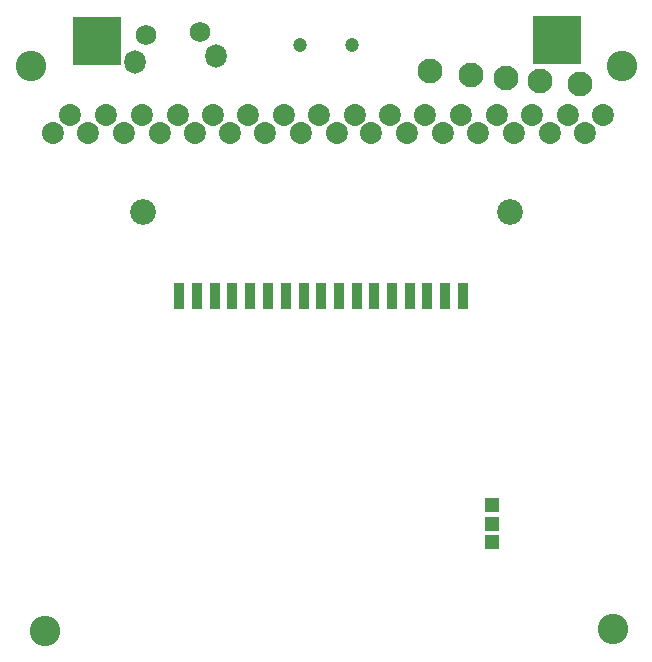
<source format=gbr>
%TF.GenerationSoftware,KiCad,Pcbnew,(6.0.2)*%
%TF.CreationDate,2022-11-15T22:57:49-06:00*%
%TF.ProjectId,REF1714,52454631-3731-4342-9e6b-696361645f70,rev?*%
%TF.SameCoordinates,Original*%
%TF.FileFunction,Soldermask,Bot*%
%TF.FilePolarity,Negative*%
%FSLAX46Y46*%
G04 Gerber Fmt 4.6, Leading zero omitted, Abs format (unit mm)*
G04 Created by KiCad (PCBNEW (6.0.2)) date 2022-11-15 22:57:49*
%MOMM*%
%LPD*%
G01*
G04 APERTURE LIST*
%ADD10C,2.100000*%
%ADD11C,1.860000*%
%ADD12O,1.800000X2.000000*%
%ADD13C,1.750000*%
%ADD14C,1.200000*%
%ADD15R,0.950000X2.250000*%
%ADD16R,4.170000X4.120000*%
%ADD17C,2.180000*%
%ADD18C,2.580000*%
%ADD19R,1.300000X1.250000*%
G04 APERTURE END LIST*
D10*
%TO.C,J2*%
X163254000Y-70184000D03*
X166198000Y-70421000D03*
X169095000Y-70697000D03*
X159809000Y-69863000D03*
X172509200Y-70935000D03*
%TD*%
D11*
%TO.C,J4*%
X174476000Y-73571000D03*
X172929500Y-75079000D03*
X171461100Y-73570900D03*
X169913000Y-75077000D03*
X168443000Y-73571000D03*
X166897000Y-75079000D03*
X165428600Y-73570900D03*
X163879000Y-75078000D03*
X162453000Y-73572000D03*
X160904200Y-75079000D03*
X159396100Y-73570900D03*
X157844000Y-75079000D03*
X156379800Y-73570900D03*
X154830000Y-75079000D03*
X153444000Y-73570000D03*
X151893000Y-75080000D03*
X150423000Y-73571000D03*
X148878000Y-75078000D03*
X147409000Y-73572000D03*
X145861000Y-75080000D03*
X144393000Y-73570000D03*
X142848000Y-75078000D03*
X141415000Y-73569000D03*
X139871000Y-75079000D03*
X138480000Y-73574000D03*
X136929000Y-75077000D03*
X135384000Y-73572000D03*
X133877000Y-75079000D03*
X132370000Y-73572000D03*
X130863000Y-75087000D03*
X129348000Y-73572000D03*
X127844500Y-75079000D03*
%TD*%
D12*
%TO.C,SW1*%
X134808000Y-69065000D03*
D13*
X135711000Y-66809000D03*
X140278000Y-66491000D03*
D12*
X141637000Y-68599000D03*
%TD*%
D14*
%TO.C,J1*%
X148811000Y-67654000D03*
X153218000Y-67654000D03*
%TD*%
D15*
%TO.C,U3*%
X138529000Y-88869000D03*
X140046000Y-88875000D03*
X141552000Y-88878000D03*
X143059000Y-88876000D03*
X144565000Y-88869000D03*
X146074000Y-88872000D03*
X147586000Y-88873000D03*
X149089000Y-88867000D03*
X150560000Y-88869000D03*
X152108000Y-88871000D03*
X153577000Y-88870000D03*
X155044000Y-88870000D03*
X156556000Y-88867000D03*
X158058000Y-88871000D03*
X159569000Y-88869000D03*
X161075000Y-88865000D03*
X162582000Y-88871000D03*
D16*
X131560000Y-67326000D03*
X170564000Y-67205000D03*
D17*
X135516000Y-81730000D03*
X166590000Y-81734000D03*
%TD*%
D18*
%TO.C,DrillHoles*%
X127221000Y-117246000D03*
X125993000Y-69391000D03*
X176038000Y-69386000D03*
X175285900Y-117048700D03*
%TD*%
D19*
%TO.C,C7*%
X165077000Y-109720000D03*
X165082000Y-108169000D03*
X165082000Y-106617000D03*
%TD*%
M02*

</source>
